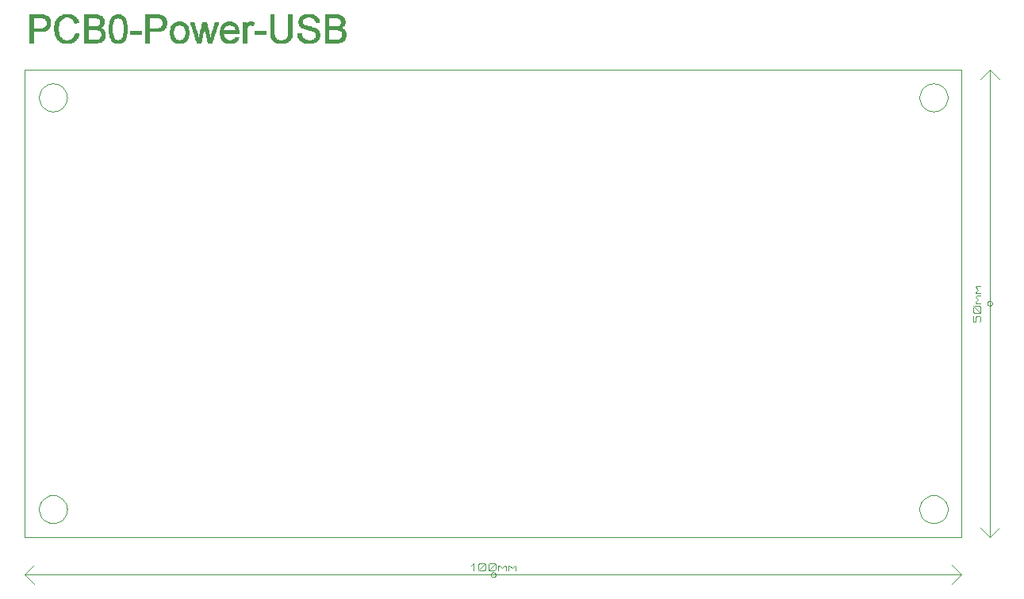
<source format=gbr>
G04 PROTEUS GERBER X2 FILE*
%TF.GenerationSoftware,Labcenter,Proteus,8.16-SP3-Build36097*%
%TF.CreationDate,2025-11-07T09:36:06+00:00*%
%TF.FileFunction,Other,Mechanical 2*%
%TF.FilePolarity,Positive*%
%TF.Part,Single*%
%TF.SameCoordinates,{7cfba198-d274-4d3b-beed-790fb78b42e9}*%
%FSLAX45Y45*%
%MOMM*%
G01*
%TA.AperFunction,Material*%
%ADD31C,0.063500*%
%TA.AperFunction,NonMaterial*%
%ADD32C,0.101600*%
%TA.AperFunction,Profile*%
%ADD30C,0.101600*%
%TD.AperFunction*%
D31*
X+404300Y+5293180D02*
X+465260Y+5293180D01*
X+952940Y+5293180D02*
X+1003740Y+5293180D01*
X+1608260Y+5293180D02*
X+1659060Y+5293180D01*
X+2141660Y+5293180D02*
X+2197540Y+5293180D01*
X+2690300Y+5293180D02*
X+2751260Y+5293180D01*
X+2984940Y+5293180D02*
X+3050980Y+5293180D01*
X+33460Y+5298260D02*
X+74100Y+5298260D01*
X+383980Y+5298260D02*
X+485580Y+5298260D01*
X+617660Y+5298260D02*
X+764980Y+5298260D01*
X+937700Y+5298260D02*
X+1018980Y+5298260D01*
X+1272980Y+5298260D02*
X+1313620Y+5298260D01*
X+1593020Y+5298260D02*
X+1674300Y+5298260D01*
X+1821620Y+5298260D02*
X+1862260Y+5298260D01*
X+1938460Y+5298260D02*
X+1979100Y+5298260D01*
X+2126420Y+5298260D02*
X+2217860Y+5298260D01*
X+2314380Y+5298260D02*
X+2349940Y+5298260D01*
X+2669980Y+5298260D02*
X+2771580Y+5298260D01*
X+2964620Y+5298260D02*
X+3066220Y+5298260D01*
X+3188140Y+5298260D02*
X+3335460Y+5298260D01*
X+33460Y+5303340D02*
X+74100Y+5303340D01*
X+373820Y+5303340D02*
X+495740Y+5303340D01*
X+617660Y+5303340D02*
X+785300Y+5303340D01*
X+927540Y+5303340D02*
X+1029140Y+5303340D01*
X+1272980Y+5303340D02*
X+1313620Y+5303340D01*
X+1582860Y+5303340D02*
X+1684460Y+5303340D01*
X+1816540Y+5303340D02*
X+1862260Y+5303340D01*
X+1938460Y+5303340D02*
X+1984180Y+5303340D01*
X+2116260Y+5303340D02*
X+2228020Y+5303340D01*
X+2314380Y+5303340D02*
X+2349940Y+5303340D01*
X+2654740Y+5303340D02*
X+2781740Y+5303340D01*
X+2954460Y+5303340D02*
X+3081460Y+5303340D01*
X+3188140Y+5303340D02*
X+3355780Y+5303340D01*
X+33460Y+5308420D02*
X+74100Y+5308420D01*
X+363660Y+5308420D02*
X+505900Y+5308420D01*
X+617660Y+5308420D02*
X+800540Y+5308420D01*
X+922460Y+5308420D02*
X+1034220Y+5308420D01*
X+1272980Y+5308420D02*
X+1313620Y+5308420D01*
X+1572700Y+5308420D02*
X+1694620Y+5308420D01*
X+1816540Y+5308420D02*
X+1862260Y+5308420D01*
X+1938460Y+5308420D02*
X+1984180Y+5308420D01*
X+2106100Y+5308420D02*
X+2233100Y+5308420D01*
X+2314380Y+5308420D02*
X+2349940Y+5308420D01*
X+2649660Y+5308420D02*
X+2791900Y+5308420D01*
X+2944300Y+5308420D02*
X+3091620Y+5308420D01*
X+3188140Y+5308420D02*
X+3371020Y+5308420D01*
X+33460Y+5313500D02*
X+74100Y+5313500D01*
X+353500Y+5313500D02*
X+510980Y+5313500D01*
X+617660Y+5313500D02*
X+805620Y+5313500D01*
X+917380Y+5313500D02*
X+1039300Y+5313500D01*
X+1272980Y+5313500D02*
X+1313620Y+5313500D01*
X+1567620Y+5313500D02*
X+1699700Y+5313500D01*
X+1816540Y+5313500D02*
X+1867340Y+5313500D01*
X+1933380Y+5313500D02*
X+1984180Y+5313500D01*
X+2101020Y+5313500D02*
X+2243260Y+5313500D01*
X+2314380Y+5313500D02*
X+2349940Y+5313500D01*
X+2639500Y+5313500D02*
X+2796980Y+5313500D01*
X+2934140Y+5313500D02*
X+3096700Y+5313500D01*
X+3188140Y+5313500D02*
X+3376100Y+5313500D01*
X+33460Y+5318580D02*
X+74100Y+5318580D01*
X+348420Y+5318580D02*
X+521140Y+5318580D01*
X+617660Y+5318580D02*
X+815780Y+5318580D01*
X+912300Y+5318580D02*
X+1044380Y+5318580D01*
X+1272980Y+5318580D02*
X+1313620Y+5318580D01*
X+1562540Y+5318580D02*
X+1704780Y+5318580D01*
X+1811460Y+5318580D02*
X+1867340Y+5318580D01*
X+1933380Y+5318580D02*
X+1984180Y+5318580D01*
X+2095940Y+5318580D02*
X+2248340Y+5318580D01*
X+2314380Y+5318580D02*
X+2349940Y+5318580D01*
X+2634420Y+5318580D02*
X+2807140Y+5318580D01*
X+2929060Y+5318580D02*
X+3101780Y+5318580D01*
X+3188140Y+5318580D02*
X+3386260Y+5318580D01*
X+33460Y+5323660D02*
X+74100Y+5323660D01*
X+343340Y+5323660D02*
X+526220Y+5323660D01*
X+617660Y+5323660D02*
X+820860Y+5323660D01*
X+907220Y+5323660D02*
X+1049460Y+5323660D01*
X+1272980Y+5323660D02*
X+1313620Y+5323660D01*
X+1557460Y+5323660D02*
X+1709860Y+5323660D01*
X+1811460Y+5323660D02*
X+1867340Y+5323660D01*
X+1933380Y+5323660D02*
X+1989260Y+5323660D01*
X+2090860Y+5323660D02*
X+2248340Y+5323660D01*
X+2314380Y+5323660D02*
X+2349940Y+5323660D01*
X+2629340Y+5323660D02*
X+2812220Y+5323660D01*
X+2923980Y+5323660D02*
X+3106860Y+5323660D01*
X+3188140Y+5323660D02*
X+3391340Y+5323660D01*
X+33460Y+5328740D02*
X+74100Y+5328740D01*
X+338260Y+5328740D02*
X+409380Y+5328740D01*
X+455100Y+5328740D02*
X+531300Y+5328740D01*
X+617660Y+5328740D02*
X+820860Y+5328740D01*
X+907220Y+5328740D02*
X+963100Y+5328740D01*
X+993580Y+5328740D02*
X+1049460Y+5328740D01*
X+1272980Y+5328740D02*
X+1313620Y+5328740D01*
X+1552380Y+5328740D02*
X+1613340Y+5328740D01*
X+1653980Y+5328740D02*
X+1714940Y+5328740D01*
X+1811460Y+5328740D02*
X+1867340Y+5328740D01*
X+1933380Y+5328740D02*
X+1989260Y+5328740D01*
X+2085780Y+5328740D02*
X+2151820Y+5328740D01*
X+2192460Y+5328740D02*
X+2253420Y+5328740D01*
X+2314380Y+5328740D02*
X+2349940Y+5328740D01*
X+2624260Y+5328740D02*
X+2695380Y+5328740D01*
X+2746180Y+5328740D02*
X+2812220Y+5328740D01*
X+2918900Y+5328740D02*
X+2995100Y+5328740D01*
X+3045900Y+5328740D02*
X+3111940Y+5328740D01*
X+3188140Y+5328740D02*
X+3391340Y+5328740D01*
X+33460Y+5333820D02*
X+74100Y+5333820D01*
X+333180Y+5333820D02*
X+394140Y+5333820D01*
X+470340Y+5333820D02*
X+536380Y+5333820D01*
X+617660Y+5333820D02*
X+658300Y+5333820D01*
X+759900Y+5333820D02*
X+825940Y+5333820D01*
X+902140Y+5333820D02*
X+952940Y+5333820D01*
X+1003740Y+5333820D02*
X+1054540Y+5333820D01*
X+1272980Y+5333820D02*
X+1313620Y+5333820D01*
X+1552380Y+5333820D02*
X+1603180Y+5333820D01*
X+1664140Y+5333820D02*
X+1720020Y+5333820D01*
X+1806380Y+5333820D02*
X+1872420Y+5333820D01*
X+1928300Y+5333820D02*
X+1989260Y+5333820D01*
X+2085780Y+5333820D02*
X+2136580Y+5333820D01*
X+2207700Y+5333820D02*
X+2258500Y+5333820D01*
X+2314380Y+5333820D02*
X+2349940Y+5333820D01*
X+2624260Y+5333820D02*
X+2680140Y+5333820D01*
X+2761420Y+5333820D02*
X+2817300Y+5333820D01*
X+2913820Y+5333820D02*
X+2979860Y+5333820D01*
X+3061140Y+5333820D02*
X+3117020Y+5333820D01*
X+3188140Y+5333820D02*
X+3228780Y+5333820D01*
X+3330380Y+5333820D02*
X+3396420Y+5333820D01*
X+33460Y+5338900D02*
X+74100Y+5338900D01*
X+328100Y+5338900D02*
X+383980Y+5338900D01*
X+480500Y+5338900D02*
X+536380Y+5338900D01*
X+617660Y+5338900D02*
X+658300Y+5338900D01*
X+775140Y+5338900D02*
X+831020Y+5338900D01*
X+902140Y+5338900D02*
X+942780Y+5338900D01*
X+1013900Y+5338900D02*
X+1054540Y+5338900D01*
X+1272980Y+5338900D02*
X+1313620Y+5338900D01*
X+1547300Y+5338900D02*
X+1593020Y+5338900D01*
X+1674300Y+5338900D02*
X+1720020Y+5338900D01*
X+1806380Y+5338900D02*
X+1872420Y+5338900D01*
X+1928300Y+5338900D02*
X+1994340Y+5338900D01*
X+2080700Y+5338900D02*
X+2131500Y+5338900D01*
X+2212780Y+5338900D02*
X+2258500Y+5338900D01*
X+2314380Y+5338900D02*
X+2349940Y+5338900D01*
X+2619180Y+5338900D02*
X+2669980Y+5338900D01*
X+2771580Y+5338900D02*
X+2822380Y+5338900D01*
X+2908740Y+5338900D02*
X+2969700Y+5338900D01*
X+3071300Y+5338900D02*
X+3122100Y+5338900D01*
X+3188140Y+5338900D02*
X+3228780Y+5338900D01*
X+3345620Y+5338900D02*
X+3401500Y+5338900D01*
X+33460Y+5343980D02*
X+74100Y+5343980D01*
X+328100Y+5343980D02*
X+378900Y+5343980D01*
X+490660Y+5343980D02*
X+541460Y+5343980D01*
X+617660Y+5343980D02*
X+658300Y+5343980D01*
X+785300Y+5343980D02*
X+831020Y+5343980D01*
X+897060Y+5343980D02*
X+937700Y+5343980D01*
X+1018980Y+5343980D02*
X+1059620Y+5343980D01*
X+1272980Y+5343980D02*
X+1313620Y+5343980D01*
X+1542220Y+5343980D02*
X+1587940Y+5343980D01*
X+1679380Y+5343980D02*
X+1725100Y+5343980D01*
X+1806380Y+5343980D02*
X+1872420Y+5343980D01*
X+1928300Y+5343980D02*
X+1994340Y+5343980D01*
X+2075620Y+5343980D02*
X+2121340Y+5343980D01*
X+2222940Y+5343980D02*
X+2263580Y+5343980D01*
X+2314380Y+5343980D02*
X+2349940Y+5343980D01*
X+2619180Y+5343980D02*
X+2664900Y+5343980D01*
X+2776660Y+5343980D02*
X+2822380Y+5343980D01*
X+2908740Y+5343980D02*
X+2959540Y+5343980D01*
X+3076380Y+5343980D02*
X+3122100Y+5343980D01*
X+3188140Y+5343980D02*
X+3228780Y+5343980D01*
X+3355780Y+5343980D02*
X+3401500Y+5343980D01*
X+33460Y+5349060D02*
X+74100Y+5349060D01*
X+323020Y+5349060D02*
X+373820Y+5349060D01*
X+495740Y+5349060D02*
X+546540Y+5349060D01*
X+617660Y+5349060D02*
X+658300Y+5349060D01*
X+790380Y+5349060D02*
X+836100Y+5349060D01*
X+897060Y+5349060D02*
X+932620Y+5349060D01*
X+1024060Y+5349060D02*
X+1059620Y+5349060D01*
X+1272980Y+5349060D02*
X+1313620Y+5349060D01*
X+1542220Y+5349060D02*
X+1582860Y+5349060D01*
X+1684460Y+5349060D02*
X+1725100Y+5349060D01*
X+1801300Y+5349060D02*
X+1836860Y+5349060D01*
X+1841940Y+5349060D02*
X+1872420Y+5349060D01*
X+1928300Y+5349060D02*
X+1958780Y+5349060D01*
X+1963860Y+5349060D02*
X+1994340Y+5349060D01*
X+2075620Y+5349060D02*
X+2116260Y+5349060D01*
X+2222940Y+5349060D02*
X+2263580Y+5349060D01*
X+2314380Y+5349060D02*
X+2349940Y+5349060D01*
X+2614100Y+5349060D02*
X+2659820Y+5349060D01*
X+2781740Y+5349060D02*
X+2827460Y+5349060D01*
X+2903660Y+5349060D02*
X+2954460Y+5349060D01*
X+3081460Y+5349060D02*
X+3127180Y+5349060D01*
X+3188140Y+5349060D02*
X+3228780Y+5349060D01*
X+3360860Y+5349060D02*
X+3406580Y+5349060D01*
X+33460Y+5354140D02*
X+74100Y+5354140D01*
X+317940Y+5354140D02*
X+368740Y+5354140D01*
X+500820Y+5354140D02*
X+546540Y+5354140D01*
X+617660Y+5354140D02*
X+658300Y+5354140D01*
X+790380Y+5354140D02*
X+836100Y+5354140D01*
X+891980Y+5354140D02*
X+932620Y+5354140D01*
X+1024060Y+5354140D02*
X+1064700Y+5354140D01*
X+1272980Y+5354140D02*
X+1313620Y+5354140D01*
X+1542220Y+5354140D02*
X+1582860Y+5354140D01*
X+1684460Y+5354140D02*
X+1725100Y+5354140D01*
X+1801300Y+5354140D02*
X+1836860Y+5354140D01*
X+1841940Y+5354140D02*
X+1872420Y+5354140D01*
X+1928300Y+5354140D02*
X+1958780Y+5354140D01*
X+1963860Y+5354140D02*
X+1999420Y+5354140D01*
X+2075620Y+5354140D02*
X+2116260Y+5354140D01*
X+2228020Y+5354140D02*
X+2268660Y+5354140D01*
X+2314380Y+5354140D02*
X+2349940Y+5354140D01*
X+2614100Y+5354140D02*
X+2659820Y+5354140D01*
X+2786820Y+5354140D02*
X+2827460Y+5354140D01*
X+2903660Y+5354140D02*
X+2949380Y+5354140D01*
X+3086540Y+5354140D02*
X+3127180Y+5354140D01*
X+3188140Y+5354140D02*
X+3228780Y+5354140D01*
X+3360860Y+5354140D02*
X+3406580Y+5354140D01*
X+33460Y+5359220D02*
X+74100Y+5359220D01*
X+317940Y+5359220D02*
X+363660Y+5359220D01*
X+500820Y+5359220D02*
X+551620Y+5359220D01*
X+617660Y+5359220D02*
X+658300Y+5359220D01*
X+795460Y+5359220D02*
X+836100Y+5359220D01*
X+891980Y+5359220D02*
X+927540Y+5359220D01*
X+1029140Y+5359220D02*
X+1064700Y+5359220D01*
X+1272980Y+5359220D02*
X+1313620Y+5359220D01*
X+1537140Y+5359220D02*
X+1577780Y+5359220D01*
X+1689540Y+5359220D02*
X+1730180Y+5359220D01*
X+1801300Y+5359220D02*
X+1831780Y+5359220D01*
X+1841940Y+5359220D02*
X+1877500Y+5359220D01*
X+1923220Y+5359220D02*
X+1958780Y+5359220D01*
X+1963860Y+5359220D02*
X+1999420Y+5359220D01*
X+2070540Y+5359220D02*
X+2111180Y+5359220D01*
X+2233100Y+5359220D02*
X+2248340Y+5359220D01*
X+2314380Y+5359220D02*
X+2349940Y+5359220D01*
X+2609020Y+5359220D02*
X+2654740Y+5359220D01*
X+2786820Y+5359220D02*
X+2832540Y+5359220D01*
X+2898580Y+5359220D02*
X+2944300Y+5359220D01*
X+3086540Y+5359220D02*
X+3127180Y+5359220D01*
X+3188140Y+5359220D02*
X+3228780Y+5359220D01*
X+3365940Y+5359220D02*
X+3406580Y+5359220D01*
X+33460Y+5364300D02*
X+74100Y+5364300D01*
X+312860Y+5364300D02*
X+358580Y+5364300D01*
X+505900Y+5364300D02*
X+551620Y+5364300D01*
X+617660Y+5364300D02*
X+658300Y+5364300D01*
X+795460Y+5364300D02*
X+841180Y+5364300D01*
X+891980Y+5364300D02*
X+927540Y+5364300D01*
X+1029140Y+5364300D02*
X+1064700Y+5364300D01*
X+1272980Y+5364300D02*
X+1313620Y+5364300D01*
X+1537140Y+5364300D02*
X+1572700Y+5364300D01*
X+1694620Y+5364300D02*
X+1730180Y+5364300D01*
X+1796220Y+5364300D02*
X+1831780Y+5364300D01*
X+1841940Y+5364300D02*
X+1877500Y+5364300D01*
X+1923220Y+5364300D02*
X+1958780Y+5364300D01*
X+1968940Y+5364300D02*
X+1999420Y+5364300D01*
X+2070540Y+5364300D02*
X+2111180Y+5364300D01*
X+2314380Y+5364300D02*
X+2349940Y+5364300D01*
X+2609020Y+5364300D02*
X+2649660Y+5364300D01*
X+2786820Y+5364300D02*
X+2832540Y+5364300D01*
X+2898580Y+5364300D02*
X+2944300Y+5364300D01*
X+3091620Y+5364300D02*
X+3132260Y+5364300D01*
X+3188140Y+5364300D02*
X+3228780Y+5364300D01*
X+3365940Y+5364300D02*
X+3411660Y+5364300D01*
X+33460Y+5369380D02*
X+74100Y+5369380D01*
X+312860Y+5369380D02*
X+353500Y+5369380D01*
X+510980Y+5369380D02*
X+556700Y+5369380D01*
X+617660Y+5369380D02*
X+658300Y+5369380D01*
X+800540Y+5369380D02*
X+841180Y+5369380D01*
X+891980Y+5369380D02*
X+927540Y+5369380D01*
X+1029140Y+5369380D02*
X+1069780Y+5369380D01*
X+1272980Y+5369380D02*
X+1313620Y+5369380D01*
X+1537140Y+5369380D02*
X+1572700Y+5369380D01*
X+1694620Y+5369380D02*
X+1730180Y+5369380D01*
X+1796220Y+5369380D02*
X+1831780Y+5369380D01*
X+1847020Y+5369380D02*
X+1877500Y+5369380D01*
X+1923220Y+5369380D02*
X+1958780Y+5369380D01*
X+1968940Y+5369380D02*
X+2004500Y+5369380D01*
X+2070540Y+5369380D02*
X+2106100Y+5369380D01*
X+2314380Y+5369380D02*
X+2349940Y+5369380D01*
X+2609020Y+5369380D02*
X+2649660Y+5369380D01*
X+2791900Y+5369380D02*
X+2832540Y+5369380D01*
X+2898580Y+5369380D02*
X+2939220Y+5369380D01*
X+3091620Y+5369380D02*
X+3132260Y+5369380D01*
X+3188140Y+5369380D02*
X+3228780Y+5369380D01*
X+3371020Y+5369380D02*
X+3411660Y+5369380D01*
X+33460Y+5374460D02*
X+74100Y+5374460D01*
X+312860Y+5374460D02*
X+353500Y+5374460D01*
X+510980Y+5374460D02*
X+556700Y+5374460D01*
X+617660Y+5374460D02*
X+658300Y+5374460D01*
X+800540Y+5374460D02*
X+841180Y+5374460D01*
X+886900Y+5374460D02*
X+922460Y+5374460D01*
X+1034220Y+5374460D02*
X+1069780Y+5374460D01*
X+1272980Y+5374460D02*
X+1313620Y+5374460D01*
X+1537140Y+5374460D02*
X+1572700Y+5374460D01*
X+1694620Y+5374460D02*
X+1730180Y+5374460D01*
X+1796220Y+5374460D02*
X+1831780Y+5374460D01*
X+1847020Y+5374460D02*
X+1877500Y+5374460D01*
X+1923220Y+5374460D02*
X+1953700Y+5374460D01*
X+1968940Y+5374460D02*
X+2004500Y+5374460D01*
X+2070540Y+5374460D02*
X+2106100Y+5374460D01*
X+2314380Y+5374460D02*
X+2349940Y+5374460D01*
X+2609020Y+5374460D02*
X+2649660Y+5374460D01*
X+2791900Y+5374460D02*
X+2832540Y+5374460D01*
X+2898580Y+5374460D02*
X+2939220Y+5374460D01*
X+3091620Y+5374460D02*
X+3132260Y+5374460D01*
X+3188140Y+5374460D02*
X+3228780Y+5374460D01*
X+3371020Y+5374460D02*
X+3411660Y+5374460D01*
X+33460Y+5379540D02*
X+74100Y+5379540D01*
X+307780Y+5379540D02*
X+348420Y+5379540D01*
X+516060Y+5379540D02*
X+556700Y+5379540D01*
X+617660Y+5379540D02*
X+658300Y+5379540D01*
X+800540Y+5379540D02*
X+841180Y+5379540D01*
X+886900Y+5379540D02*
X+922460Y+5379540D01*
X+1034220Y+5379540D02*
X+1069780Y+5379540D01*
X+1272980Y+5379540D02*
X+1313620Y+5379540D01*
X+1532060Y+5379540D02*
X+1572700Y+5379540D01*
X+1694620Y+5379540D02*
X+1735260Y+5379540D01*
X+1791140Y+5379540D02*
X+1826700Y+5379540D01*
X+1847020Y+5379540D02*
X+1882580Y+5379540D01*
X+1918140Y+5379540D02*
X+1953700Y+5379540D01*
X+1968940Y+5379540D02*
X+2004500Y+5379540D01*
X+2065460Y+5379540D02*
X+2106100Y+5379540D01*
X+2314380Y+5379540D02*
X+2349940Y+5379540D01*
X+2609020Y+5379540D02*
X+2649660Y+5379540D01*
X+2791900Y+5379540D02*
X+2832540Y+5379540D01*
X+2893500Y+5379540D02*
X+2939220Y+5379540D01*
X+3091620Y+5379540D02*
X+3132260Y+5379540D01*
X+3188140Y+5379540D02*
X+3228780Y+5379540D01*
X+3371020Y+5379540D02*
X+3411660Y+5379540D01*
X+33460Y+5384620D02*
X+74100Y+5384620D01*
X+307780Y+5384620D02*
X+348420Y+5384620D01*
X+516060Y+5384620D02*
X+561780Y+5384620D01*
X+617660Y+5384620D02*
X+658300Y+5384620D01*
X+800540Y+5384620D02*
X+841180Y+5384620D01*
X+886900Y+5384620D02*
X+922460Y+5384620D01*
X+1034220Y+5384620D02*
X+1069780Y+5384620D01*
X+1272980Y+5384620D02*
X+1313620Y+5384620D01*
X+1532060Y+5384620D02*
X+1567620Y+5384620D01*
X+1699700Y+5384620D02*
X+1735260Y+5384620D01*
X+1791140Y+5384620D02*
X+1826700Y+5384620D01*
X+1847020Y+5384620D02*
X+1882580Y+5384620D01*
X+1918140Y+5384620D02*
X+1953700Y+5384620D01*
X+1974020Y+5384620D02*
X+2009580Y+5384620D01*
X+2065460Y+5384620D02*
X+2101020Y+5384620D01*
X+2314380Y+5384620D02*
X+2349940Y+5384620D01*
X+2603940Y+5384620D02*
X+2644580Y+5384620D01*
X+2791900Y+5384620D02*
X+2837620Y+5384620D01*
X+2893500Y+5384620D02*
X+2934140Y+5384620D01*
X+3091620Y+5384620D02*
X+3132260Y+5384620D01*
X+3188140Y+5384620D02*
X+3228780Y+5384620D01*
X+3371020Y+5384620D02*
X+3411660Y+5384620D01*
X+33460Y+5389700D02*
X+74100Y+5389700D01*
X+307780Y+5389700D02*
X+348420Y+5389700D01*
X+516060Y+5389700D02*
X+561780Y+5389700D01*
X+617660Y+5389700D02*
X+658300Y+5389700D01*
X+800540Y+5389700D02*
X+841180Y+5389700D01*
X+886900Y+5389700D02*
X+922460Y+5389700D01*
X+1034220Y+5389700D02*
X+1069780Y+5389700D01*
X+1110420Y+5389700D02*
X+1227260Y+5389700D01*
X+1272980Y+5389700D02*
X+1313620Y+5389700D01*
X+1532060Y+5389700D02*
X+1567620Y+5389700D01*
X+1699700Y+5389700D02*
X+1735260Y+5389700D01*
X+1791140Y+5389700D02*
X+1826700Y+5389700D01*
X+1847020Y+5389700D02*
X+1882580Y+5389700D01*
X+1918140Y+5389700D02*
X+1953700Y+5389700D01*
X+1974020Y+5389700D02*
X+2009580Y+5389700D01*
X+2065460Y+5389700D02*
X+2101020Y+5389700D01*
X+2314380Y+5389700D02*
X+2349940Y+5389700D01*
X+2441380Y+5389700D02*
X+2558220Y+5389700D01*
X+2603940Y+5389700D02*
X+2644580Y+5389700D01*
X+2796980Y+5389700D02*
X+2837620Y+5389700D01*
X+2893500Y+5389700D02*
X+2934140Y+5389700D01*
X+3091620Y+5389700D02*
X+3132260Y+5389700D01*
X+3188140Y+5389700D02*
X+3228780Y+5389700D01*
X+3371020Y+5389700D02*
X+3411660Y+5389700D01*
X+33460Y+5394780D02*
X+74100Y+5394780D01*
X+302700Y+5394780D02*
X+343340Y+5394780D01*
X+521140Y+5394780D02*
X+556700Y+5394780D01*
X+617660Y+5394780D02*
X+658300Y+5394780D01*
X+800540Y+5394780D02*
X+841180Y+5394780D01*
X+886900Y+5394780D02*
X+922460Y+5394780D01*
X+1034220Y+5394780D02*
X+1069780Y+5394780D01*
X+1110420Y+5394780D02*
X+1227260Y+5394780D01*
X+1272980Y+5394780D02*
X+1313620Y+5394780D01*
X+1532060Y+5394780D02*
X+1567620Y+5394780D01*
X+1699700Y+5394780D02*
X+1735260Y+5394780D01*
X+1786060Y+5394780D02*
X+1826700Y+5394780D01*
X+1852100Y+5394780D02*
X+1882580Y+5394780D01*
X+1918140Y+5394780D02*
X+1948620Y+5394780D01*
X+1974020Y+5394780D02*
X+2009580Y+5394780D01*
X+2065460Y+5394780D02*
X+2101020Y+5394780D01*
X+2314380Y+5394780D02*
X+2349940Y+5394780D01*
X+2441380Y+5394780D02*
X+2558220Y+5394780D01*
X+2603940Y+5394780D02*
X+2644580Y+5394780D01*
X+2796980Y+5394780D02*
X+2837620Y+5394780D01*
X+2893500Y+5394780D02*
X+2934140Y+5394780D01*
X+3091620Y+5394780D02*
X+3132260Y+5394780D01*
X+3188140Y+5394780D02*
X+3228780Y+5394780D01*
X+3371020Y+5394780D02*
X+3411660Y+5394780D01*
X+33460Y+5399860D02*
X+74100Y+5399860D01*
X+302700Y+5399860D02*
X+343340Y+5399860D01*
X+521140Y+5399860D02*
X+536380Y+5399860D01*
X+617660Y+5399860D02*
X+658300Y+5399860D01*
X+800540Y+5399860D02*
X+841180Y+5399860D01*
X+881820Y+5399860D02*
X+917380Y+5399860D01*
X+1039300Y+5399860D02*
X+1074860Y+5399860D01*
X+1110420Y+5399860D02*
X+1227260Y+5399860D01*
X+1272980Y+5399860D02*
X+1313620Y+5399860D01*
X+1532060Y+5399860D02*
X+1567620Y+5399860D01*
X+1699700Y+5399860D02*
X+1735260Y+5399860D01*
X+1786060Y+5399860D02*
X+1821620Y+5399860D01*
X+1852100Y+5399860D02*
X+1882580Y+5399860D01*
X+1913060Y+5399860D02*
X+1948620Y+5399860D01*
X+1979100Y+5399860D02*
X+2014660Y+5399860D01*
X+2065460Y+5399860D02*
X+2268660Y+5399860D01*
X+2314380Y+5399860D02*
X+2349940Y+5399860D01*
X+2441380Y+5399860D02*
X+2558220Y+5399860D01*
X+2603940Y+5399860D02*
X+2644580Y+5399860D01*
X+2796980Y+5399860D02*
X+2837620Y+5399860D01*
X+3086540Y+5399860D02*
X+3132260Y+5399860D01*
X+3188140Y+5399860D02*
X+3228780Y+5399860D01*
X+3371020Y+5399860D02*
X+3411660Y+5399860D01*
X+33460Y+5404940D02*
X+74100Y+5404940D01*
X+302700Y+5404940D02*
X+343340Y+5404940D01*
X+617660Y+5404940D02*
X+658300Y+5404940D01*
X+795460Y+5404940D02*
X+841180Y+5404940D01*
X+881820Y+5404940D02*
X+917380Y+5404940D01*
X+1039300Y+5404940D02*
X+1074860Y+5404940D01*
X+1110420Y+5404940D02*
X+1227260Y+5404940D01*
X+1272980Y+5404940D02*
X+1313620Y+5404940D01*
X+1532060Y+5404940D02*
X+1567620Y+5404940D01*
X+1699700Y+5404940D02*
X+1735260Y+5404940D01*
X+1786060Y+5404940D02*
X+1821620Y+5404940D01*
X+1852100Y+5404940D02*
X+1887660Y+5404940D01*
X+1913060Y+5404940D02*
X+1948620Y+5404940D01*
X+1979100Y+5404940D02*
X+2014660Y+5404940D01*
X+2065460Y+5404940D02*
X+2268660Y+5404940D01*
X+2314380Y+5404940D02*
X+2349940Y+5404940D01*
X+2441380Y+5404940D02*
X+2558220Y+5404940D01*
X+2603940Y+5404940D02*
X+2644580Y+5404940D01*
X+2796980Y+5404940D02*
X+2837620Y+5404940D01*
X+3086540Y+5404940D02*
X+3127180Y+5404940D01*
X+3188140Y+5404940D02*
X+3228780Y+5404940D01*
X+3365940Y+5404940D02*
X+3411660Y+5404940D01*
X+33460Y+5410020D02*
X+74100Y+5410020D01*
X+302700Y+5410020D02*
X+343340Y+5410020D01*
X+617660Y+5410020D02*
X+658300Y+5410020D01*
X+795460Y+5410020D02*
X+836100Y+5410020D01*
X+881820Y+5410020D02*
X+917380Y+5410020D01*
X+1039300Y+5410020D02*
X+1074860Y+5410020D01*
X+1110420Y+5410020D02*
X+1227260Y+5410020D01*
X+1272980Y+5410020D02*
X+1313620Y+5410020D01*
X+1532060Y+5410020D02*
X+1567620Y+5410020D01*
X+1699700Y+5410020D02*
X+1735260Y+5410020D01*
X+1786060Y+5410020D02*
X+1821620Y+5410020D01*
X+1852100Y+5410020D02*
X+1887660Y+5410020D01*
X+1913060Y+5410020D02*
X+1948620Y+5410020D01*
X+1979100Y+5410020D02*
X+2014660Y+5410020D01*
X+2065460Y+5410020D02*
X+2268660Y+5410020D01*
X+2314380Y+5410020D02*
X+2349940Y+5410020D01*
X+2441380Y+5410020D02*
X+2558220Y+5410020D01*
X+2603940Y+5410020D02*
X+2644580Y+5410020D01*
X+2796980Y+5410020D02*
X+2837620Y+5410020D01*
X+3081460Y+5410020D02*
X+3127180Y+5410020D01*
X+3188140Y+5410020D02*
X+3228780Y+5410020D01*
X+3365940Y+5410020D02*
X+3406580Y+5410020D01*
X+33460Y+5415100D02*
X+74100Y+5415100D01*
X+302700Y+5415100D02*
X+343340Y+5415100D01*
X+617660Y+5415100D02*
X+658300Y+5415100D01*
X+795460Y+5415100D02*
X+836100Y+5415100D01*
X+881820Y+5415100D02*
X+917380Y+5415100D01*
X+1039300Y+5415100D02*
X+1074860Y+5415100D01*
X+1110420Y+5415100D02*
X+1227260Y+5415100D01*
X+1272980Y+5415100D02*
X+1313620Y+5415100D01*
X+1532060Y+5415100D02*
X+1567620Y+5415100D01*
X+1699700Y+5415100D02*
X+1735260Y+5415100D01*
X+1780980Y+5415100D02*
X+1816540Y+5415100D01*
X+1857180Y+5415100D02*
X+1887660Y+5415100D01*
X+1913060Y+5415100D02*
X+1943540Y+5415100D01*
X+1984180Y+5415100D02*
X+2019740Y+5415100D01*
X+2065460Y+5415100D02*
X+2268660Y+5415100D01*
X+2314380Y+5415100D02*
X+2349940Y+5415100D01*
X+2441380Y+5415100D02*
X+2558220Y+5415100D01*
X+2603940Y+5415100D02*
X+2644580Y+5415100D01*
X+2796980Y+5415100D02*
X+2837620Y+5415100D01*
X+3071300Y+5415100D02*
X+3127180Y+5415100D01*
X+3188140Y+5415100D02*
X+3228780Y+5415100D01*
X+3365940Y+5415100D02*
X+3406580Y+5415100D01*
X+33460Y+5420180D02*
X+180780Y+5420180D01*
X+297620Y+5420180D02*
X+338260Y+5420180D01*
X+617660Y+5420180D02*
X+658300Y+5420180D01*
X+790380Y+5420180D02*
X+831020Y+5420180D01*
X+881820Y+5420180D02*
X+917380Y+5420180D01*
X+1039300Y+5420180D02*
X+1074860Y+5420180D01*
X+1110420Y+5420180D02*
X+1227260Y+5420180D01*
X+1272980Y+5420180D02*
X+1420300Y+5420180D01*
X+1532060Y+5420180D02*
X+1567620Y+5420180D01*
X+1699700Y+5420180D02*
X+1735260Y+5420180D01*
X+1780980Y+5420180D02*
X+1816540Y+5420180D01*
X+1857180Y+5420180D02*
X+1887660Y+5420180D01*
X+1913060Y+5420180D02*
X+1943540Y+5420180D01*
X+1984180Y+5420180D02*
X+2019740Y+5420180D01*
X+2065460Y+5420180D02*
X+2268660Y+5420180D01*
X+2314380Y+5420180D02*
X+2349940Y+5420180D01*
X+2441380Y+5420180D02*
X+2558220Y+5420180D01*
X+2603940Y+5420180D02*
X+2644580Y+5420180D01*
X+2796980Y+5420180D02*
X+2837620Y+5420180D01*
X+3061140Y+5420180D02*
X+3122100Y+5420180D01*
X+3188140Y+5420180D02*
X+3228780Y+5420180D01*
X+3360860Y+5420180D02*
X+3401500Y+5420180D01*
X+33460Y+5425260D02*
X+201100Y+5425260D01*
X+297620Y+5425260D02*
X+338260Y+5425260D01*
X+617660Y+5425260D02*
X+658300Y+5425260D01*
X+785300Y+5425260D02*
X+831020Y+5425260D01*
X+881820Y+5425260D02*
X+917380Y+5425260D01*
X+1039300Y+5425260D02*
X+1074860Y+5425260D01*
X+1272980Y+5425260D02*
X+1440620Y+5425260D01*
X+1532060Y+5425260D02*
X+1567620Y+5425260D01*
X+1699700Y+5425260D02*
X+1735260Y+5425260D01*
X+1780980Y+5425260D02*
X+1816540Y+5425260D01*
X+1857180Y+5425260D02*
X+1892740Y+5425260D01*
X+1907980Y+5425260D02*
X+1943540Y+5425260D01*
X+1984180Y+5425260D02*
X+2019740Y+5425260D01*
X+2065460Y+5425260D02*
X+2268660Y+5425260D01*
X+2314380Y+5425260D02*
X+2349940Y+5425260D01*
X+2603940Y+5425260D02*
X+2644580Y+5425260D01*
X+2796980Y+5425260D02*
X+2837620Y+5425260D01*
X+3045900Y+5425260D02*
X+3122100Y+5425260D01*
X+3188140Y+5425260D02*
X+3228780Y+5425260D01*
X+3355780Y+5425260D02*
X+3401500Y+5425260D01*
X+33460Y+5430340D02*
X+216340Y+5430340D01*
X+297620Y+5430340D02*
X+338260Y+5430340D01*
X+617660Y+5430340D02*
X+658300Y+5430340D01*
X+775140Y+5430340D02*
X+825940Y+5430340D01*
X+881820Y+5430340D02*
X+917380Y+5430340D01*
X+1039300Y+5430340D02*
X+1074860Y+5430340D01*
X+1272980Y+5430340D02*
X+1455860Y+5430340D01*
X+1532060Y+5430340D02*
X+1567620Y+5430340D01*
X+1699700Y+5430340D02*
X+1735260Y+5430340D01*
X+1775900Y+5430340D02*
X+1811460Y+5430340D01*
X+1857180Y+5430340D02*
X+1892740Y+5430340D01*
X+1907980Y+5430340D02*
X+1943540Y+5430340D01*
X+1989260Y+5430340D02*
X+2024820Y+5430340D01*
X+2065460Y+5430340D02*
X+2268660Y+5430340D01*
X+2314380Y+5430340D02*
X+2349940Y+5430340D01*
X+2603940Y+5430340D02*
X+2644580Y+5430340D01*
X+2796980Y+5430340D02*
X+2837620Y+5430340D01*
X+3030660Y+5430340D02*
X+3117020Y+5430340D01*
X+3188140Y+5430340D02*
X+3228780Y+5430340D01*
X+3345620Y+5430340D02*
X+3396420Y+5430340D01*
X+33460Y+5435420D02*
X+221420Y+5435420D01*
X+297620Y+5435420D02*
X+338260Y+5435420D01*
X+617660Y+5435420D02*
X+658300Y+5435420D01*
X+759900Y+5435420D02*
X+825940Y+5435420D01*
X+881820Y+5435420D02*
X+917380Y+5435420D01*
X+1039300Y+5435420D02*
X+1074860Y+5435420D01*
X+1272980Y+5435420D02*
X+1460940Y+5435420D01*
X+1532060Y+5435420D02*
X+1572700Y+5435420D01*
X+1694620Y+5435420D02*
X+1735260Y+5435420D01*
X+1775900Y+5435420D02*
X+1811460Y+5435420D01*
X+1862260Y+5435420D02*
X+1892740Y+5435420D01*
X+1907980Y+5435420D02*
X+1938460Y+5435420D01*
X+1989260Y+5435420D02*
X+2024820Y+5435420D01*
X+2065460Y+5435420D02*
X+2101020Y+5435420D01*
X+2233100Y+5435420D02*
X+2268660Y+5435420D01*
X+2314380Y+5435420D02*
X+2349940Y+5435420D01*
X+2603940Y+5435420D02*
X+2644580Y+5435420D01*
X+2796980Y+5435420D02*
X+2837620Y+5435420D01*
X+3010340Y+5435420D02*
X+3111940Y+5435420D01*
X+3188140Y+5435420D02*
X+3228780Y+5435420D01*
X+3330380Y+5435420D02*
X+3396420Y+5435420D01*
X+33460Y+5440500D02*
X+231580Y+5440500D01*
X+297620Y+5440500D02*
X+338260Y+5440500D01*
X+617660Y+5440500D02*
X+820860Y+5440500D01*
X+881820Y+5440500D02*
X+917380Y+5440500D01*
X+1039300Y+5440500D02*
X+1074860Y+5440500D01*
X+1272980Y+5440500D02*
X+1471100Y+5440500D01*
X+1537140Y+5440500D02*
X+1572700Y+5440500D01*
X+1694620Y+5440500D02*
X+1730180Y+5440500D01*
X+1775900Y+5440500D02*
X+1811460Y+5440500D01*
X+1862260Y+5440500D02*
X+1892740Y+5440500D01*
X+1907980Y+5440500D02*
X+1938460Y+5440500D01*
X+1989260Y+5440500D02*
X+2024820Y+5440500D01*
X+2070540Y+5440500D02*
X+2101020Y+5440500D01*
X+2233100Y+5440500D02*
X+2263580Y+5440500D01*
X+2314380Y+5440500D02*
X+2349940Y+5440500D01*
X+2603940Y+5440500D02*
X+2644580Y+5440500D01*
X+2796980Y+5440500D02*
X+2837620Y+5440500D01*
X+2990020Y+5440500D02*
X+3106860Y+5440500D01*
X+3188140Y+5440500D02*
X+3391340Y+5440500D01*
X+33460Y+5445580D02*
X+231580Y+5445580D01*
X+297620Y+5445580D02*
X+338260Y+5445580D01*
X+617660Y+5445580D02*
X+810700Y+5445580D01*
X+881820Y+5445580D02*
X+917380Y+5445580D01*
X+1039300Y+5445580D02*
X+1074860Y+5445580D01*
X+1272980Y+5445580D02*
X+1471100Y+5445580D01*
X+1537140Y+5445580D02*
X+1572700Y+5445580D01*
X+1694620Y+5445580D02*
X+1730180Y+5445580D01*
X+1770820Y+5445580D02*
X+1806380Y+5445580D01*
X+1862260Y+5445580D02*
X+1897820Y+5445580D01*
X+1902900Y+5445580D02*
X+1938460Y+5445580D01*
X+1994340Y+5445580D02*
X+2029900Y+5445580D01*
X+2070540Y+5445580D02*
X+2101020Y+5445580D01*
X+2233100Y+5445580D02*
X+2263580Y+5445580D01*
X+2314380Y+5445580D02*
X+2355020Y+5445580D01*
X+2603940Y+5445580D02*
X+2644580Y+5445580D01*
X+2796980Y+5445580D02*
X+2837620Y+5445580D01*
X+2969700Y+5445580D02*
X+3101780Y+5445580D01*
X+3188140Y+5445580D02*
X+3381180Y+5445580D01*
X+33460Y+5450660D02*
X+236660Y+5450660D01*
X+297620Y+5450660D02*
X+338260Y+5450660D01*
X+617660Y+5450660D02*
X+805620Y+5450660D01*
X+881820Y+5450660D02*
X+917380Y+5450660D01*
X+1039300Y+5450660D02*
X+1074860Y+5450660D01*
X+1272980Y+5450660D02*
X+1476180Y+5450660D01*
X+1537140Y+5450660D02*
X+1572700Y+5450660D01*
X+1694620Y+5450660D02*
X+1730180Y+5450660D01*
X+1770820Y+5450660D02*
X+1806380Y+5450660D01*
X+1862260Y+5450660D02*
X+1897820Y+5450660D01*
X+1902900Y+5450660D02*
X+1938460Y+5450660D01*
X+1994340Y+5450660D02*
X+2029900Y+5450660D01*
X+2070540Y+5450660D02*
X+2106100Y+5450660D01*
X+2228020Y+5450660D02*
X+2263580Y+5450660D01*
X+2314380Y+5450660D02*
X+2355020Y+5450660D01*
X+2603940Y+5450660D02*
X+2644580Y+5450660D01*
X+2796980Y+5450660D02*
X+2837620Y+5450660D01*
X+2959540Y+5450660D02*
X+3091620Y+5450660D01*
X+3188140Y+5450660D02*
X+3376100Y+5450660D01*
X+33460Y+5455740D02*
X+74100Y+5455740D01*
X+175700Y+5455740D02*
X+241740Y+5455740D01*
X+297620Y+5455740D02*
X+338260Y+5455740D01*
X+617660Y+5455740D02*
X+795460Y+5455740D01*
X+881820Y+5455740D02*
X+917380Y+5455740D01*
X+1039300Y+5455740D02*
X+1074860Y+5455740D01*
X+1272980Y+5455740D02*
X+1313620Y+5455740D01*
X+1415220Y+5455740D02*
X+1481260Y+5455740D01*
X+1537140Y+5455740D02*
X+1577780Y+5455740D01*
X+1689540Y+5455740D02*
X+1730180Y+5455740D01*
X+1770820Y+5455740D02*
X+1806380Y+5455740D01*
X+1867340Y+5455740D02*
X+1897820Y+5455740D01*
X+1902900Y+5455740D02*
X+1938460Y+5455740D01*
X+1994340Y+5455740D02*
X+2029900Y+5455740D01*
X+2070540Y+5455740D02*
X+2106100Y+5455740D01*
X+2228020Y+5455740D02*
X+2263580Y+5455740D01*
X+2314380Y+5455740D02*
X+2355020Y+5455740D01*
X+2603940Y+5455740D02*
X+2644580Y+5455740D01*
X+2796980Y+5455740D02*
X+2837620Y+5455740D01*
X+2944300Y+5455740D02*
X+3081460Y+5455740D01*
X+3188140Y+5455740D02*
X+3365940Y+5455740D01*
X+33460Y+5460820D02*
X+74100Y+5460820D01*
X+190940Y+5460820D02*
X+246820Y+5460820D01*
X+297620Y+5460820D02*
X+338260Y+5460820D01*
X+617660Y+5460820D02*
X+790380Y+5460820D01*
X+881820Y+5460820D02*
X+917380Y+5460820D01*
X+1039300Y+5460820D02*
X+1074860Y+5460820D01*
X+1272980Y+5460820D02*
X+1313620Y+5460820D01*
X+1430460Y+5460820D02*
X+1486340Y+5460820D01*
X+1542220Y+5460820D02*
X+1582860Y+5460820D01*
X+1684460Y+5460820D02*
X+1725100Y+5460820D01*
X+1765740Y+5460820D02*
X+1801300Y+5460820D01*
X+1867340Y+5460820D02*
X+1897820Y+5460820D01*
X+1902900Y+5460820D02*
X+1933380Y+5460820D01*
X+1999420Y+5460820D02*
X+2034980Y+5460820D01*
X+2075620Y+5460820D02*
X+2111180Y+5460820D01*
X+2222940Y+5460820D02*
X+2258500Y+5460820D01*
X+2314380Y+5460820D02*
X+2355020Y+5460820D01*
X+2603940Y+5460820D02*
X+2644580Y+5460820D01*
X+2796980Y+5460820D02*
X+2837620Y+5460820D01*
X+2939220Y+5460820D02*
X+3071300Y+5460820D01*
X+3188140Y+5460820D02*
X+3360860Y+5460820D01*
X+33460Y+5465900D02*
X+74100Y+5465900D01*
X+196020Y+5465900D02*
X+246820Y+5465900D01*
X+297620Y+5465900D02*
X+338260Y+5465900D01*
X+617660Y+5465900D02*
X+800540Y+5465900D01*
X+881820Y+5465900D02*
X+917380Y+5465900D01*
X+1039300Y+5465900D02*
X+1074860Y+5465900D01*
X+1272980Y+5465900D02*
X+1313620Y+5465900D01*
X+1435540Y+5465900D02*
X+1486340Y+5465900D01*
X+1542220Y+5465900D02*
X+1582860Y+5465900D01*
X+1684460Y+5465900D02*
X+1725100Y+5465900D01*
X+1765740Y+5465900D02*
X+1801300Y+5465900D01*
X+1867340Y+5465900D02*
X+1897820Y+5465900D01*
X+1902900Y+5465900D02*
X+1933380Y+5465900D01*
X+1999420Y+5465900D02*
X+2034980Y+5465900D01*
X+2075620Y+5465900D02*
X+2116260Y+5465900D01*
X+2222940Y+5465900D02*
X+2258500Y+5465900D01*
X+2314380Y+5465900D02*
X+2360100Y+5465900D01*
X+2603940Y+5465900D02*
X+2644580Y+5465900D01*
X+2796980Y+5465900D02*
X+2837620Y+5465900D01*
X+2929060Y+5465900D02*
X+3050980Y+5465900D01*
X+3188140Y+5465900D02*
X+3371020Y+5465900D01*
X+33460Y+5470980D02*
X+74100Y+5470980D01*
X+201100Y+5470980D02*
X+251900Y+5470980D01*
X+297620Y+5470980D02*
X+338260Y+5470980D01*
X+617660Y+5470980D02*
X+805620Y+5470980D01*
X+881820Y+5470980D02*
X+917380Y+5470980D01*
X+1039300Y+5470980D02*
X+1074860Y+5470980D01*
X+1272980Y+5470980D02*
X+1313620Y+5470980D01*
X+1440620Y+5470980D02*
X+1491420Y+5470980D01*
X+1542220Y+5470980D02*
X+1587940Y+5470980D01*
X+1679380Y+5470980D02*
X+1725100Y+5470980D01*
X+1765740Y+5470980D02*
X+1801300Y+5470980D01*
X+1867340Y+5470980D02*
X+1933380Y+5470980D01*
X+1999420Y+5470980D02*
X+2034980Y+5470980D01*
X+2080700Y+5470980D02*
X+2121340Y+5470980D01*
X+2217860Y+5470980D02*
X+2253420Y+5470980D01*
X+2314380Y+5470980D02*
X+2360100Y+5470980D01*
X+2603940Y+5470980D02*
X+2644580Y+5470980D01*
X+2796980Y+5470980D02*
X+2837620Y+5470980D01*
X+2923980Y+5470980D02*
X+3035740Y+5470980D01*
X+3188140Y+5470980D02*
X+3376100Y+5470980D01*
X+33460Y+5476060D02*
X+74100Y+5476060D01*
X+206180Y+5476060D02*
X+251900Y+5476060D01*
X+297620Y+5476060D02*
X+338260Y+5476060D01*
X+617660Y+5476060D02*
X+658300Y+5476060D01*
X+754820Y+5476060D02*
X+810700Y+5476060D01*
X+881820Y+5476060D02*
X+917380Y+5476060D01*
X+1039300Y+5476060D02*
X+1074860Y+5476060D01*
X+1272980Y+5476060D02*
X+1313620Y+5476060D01*
X+1445700Y+5476060D02*
X+1491420Y+5476060D01*
X+1547300Y+5476060D02*
X+1593020Y+5476060D01*
X+1674300Y+5476060D02*
X+1720020Y+5476060D01*
X+1760660Y+5476060D02*
X+1796220Y+5476060D01*
X+1872420Y+5476060D02*
X+1933380Y+5476060D01*
X+1999420Y+5476060D02*
X+2040060Y+5476060D01*
X+2080700Y+5476060D02*
X+2126420Y+5476060D01*
X+2212780Y+5476060D02*
X+2253420Y+5476060D01*
X+2314380Y+5476060D02*
X+2365180Y+5476060D01*
X+2603940Y+5476060D02*
X+2644580Y+5476060D01*
X+2796980Y+5476060D02*
X+2837620Y+5476060D01*
X+2918900Y+5476060D02*
X+3015420Y+5476060D01*
X+3188140Y+5476060D02*
X+3228780Y+5476060D01*
X+3325300Y+5476060D02*
X+3381180Y+5476060D01*
X+33460Y+5481140D02*
X+74100Y+5481140D01*
X+211260Y+5481140D02*
X+251900Y+5481140D01*
X+297620Y+5481140D02*
X+338260Y+5481140D01*
X+617660Y+5481140D02*
X+658300Y+5481140D01*
X+770060Y+5481140D02*
X+815780Y+5481140D01*
X+881820Y+5481140D02*
X+917380Y+5481140D01*
X+1039300Y+5481140D02*
X+1074860Y+5481140D01*
X+1272980Y+5481140D02*
X+1313620Y+5481140D01*
X+1450780Y+5481140D02*
X+1491420Y+5481140D01*
X+1552380Y+5481140D02*
X+1603180Y+5481140D01*
X+1664140Y+5481140D02*
X+1714940Y+5481140D01*
X+1760660Y+5481140D02*
X+1796220Y+5481140D01*
X+1872420Y+5481140D02*
X+1928300Y+5481140D01*
X+2004500Y+5481140D02*
X+2040060Y+5481140D01*
X+2085780Y+5481140D02*
X+2131500Y+5481140D01*
X+2202620Y+5481140D02*
X+2248340Y+5481140D01*
X+2314380Y+5481140D02*
X+2370260Y+5481140D01*
X+2415980Y+5481140D02*
X+2421060Y+5481140D01*
X+2603940Y+5481140D02*
X+2644580Y+5481140D01*
X+2796980Y+5481140D02*
X+2837620Y+5481140D01*
X+2913820Y+5481140D02*
X+2995100Y+5481140D01*
X+3188140Y+5481140D02*
X+3228780Y+5481140D01*
X+3340540Y+5481140D02*
X+3386260Y+5481140D01*
X+33460Y+5486220D02*
X+74100Y+5486220D01*
X+211260Y+5486220D02*
X+251900Y+5486220D01*
X+302700Y+5486220D02*
X+343340Y+5486220D01*
X+617660Y+5486220D02*
X+658300Y+5486220D01*
X+775140Y+5486220D02*
X+820860Y+5486220D01*
X+881820Y+5486220D02*
X+917380Y+5486220D01*
X+1039300Y+5486220D02*
X+1074860Y+5486220D01*
X+1272980Y+5486220D02*
X+1313620Y+5486220D01*
X+1450780Y+5486220D02*
X+1491420Y+5486220D01*
X+1552380Y+5486220D02*
X+1613340Y+5486220D01*
X+1653980Y+5486220D02*
X+1714940Y+5486220D01*
X+1760660Y+5486220D02*
X+1796220Y+5486220D01*
X+1872420Y+5486220D02*
X+1928300Y+5486220D01*
X+2004500Y+5486220D02*
X+2040060Y+5486220D01*
X+2090860Y+5486220D02*
X+2146740Y+5486220D01*
X+2187380Y+5486220D02*
X+2248340Y+5486220D01*
X+2314380Y+5486220D02*
X+2380420Y+5486220D01*
X+2405820Y+5486220D02*
X+2421060Y+5486220D01*
X+2603940Y+5486220D02*
X+2644580Y+5486220D01*
X+2796980Y+5486220D02*
X+2837620Y+5486220D01*
X+2913820Y+5486220D02*
X+2974780Y+5486220D01*
X+3188140Y+5486220D02*
X+3228780Y+5486220D01*
X+3345620Y+5486220D02*
X+3391340Y+5486220D01*
X+33460Y+5491300D02*
X+74100Y+5491300D01*
X+216340Y+5491300D02*
X+256980Y+5491300D01*
X+302700Y+5491300D02*
X+343340Y+5491300D01*
X+617660Y+5491300D02*
X+658300Y+5491300D01*
X+780220Y+5491300D02*
X+820860Y+5491300D01*
X+881820Y+5491300D02*
X+917380Y+5491300D01*
X+1039300Y+5491300D02*
X+1074860Y+5491300D01*
X+1272980Y+5491300D02*
X+1313620Y+5491300D01*
X+1455860Y+5491300D02*
X+1496500Y+5491300D01*
X+1557460Y+5491300D02*
X+1709860Y+5491300D01*
X+1755580Y+5491300D02*
X+1796220Y+5491300D01*
X+1872420Y+5491300D02*
X+1928300Y+5491300D01*
X+2004500Y+5491300D02*
X+2045140Y+5491300D01*
X+2090860Y+5491300D02*
X+2243260Y+5491300D01*
X+2314380Y+5491300D02*
X+2421060Y+5491300D01*
X+2603940Y+5491300D02*
X+2644580Y+5491300D01*
X+2796980Y+5491300D02*
X+2837620Y+5491300D01*
X+2908740Y+5491300D02*
X+2964620Y+5491300D01*
X+3188140Y+5491300D02*
X+3228780Y+5491300D01*
X+3350700Y+5491300D02*
X+3391340Y+5491300D01*
X+33460Y+5496380D02*
X+74100Y+5496380D01*
X+216340Y+5496380D02*
X+256980Y+5496380D01*
X+302700Y+5496380D02*
X+343340Y+5496380D01*
X+617660Y+5496380D02*
X+658300Y+5496380D01*
X+785300Y+5496380D02*
X+825940Y+5496380D01*
X+886900Y+5496380D02*
X+922460Y+5496380D01*
X+1034220Y+5496380D02*
X+1069780Y+5496380D01*
X+1272980Y+5496380D02*
X+1313620Y+5496380D01*
X+1455860Y+5496380D02*
X+1496500Y+5496380D01*
X+1562540Y+5496380D02*
X+1704780Y+5496380D01*
X+1755580Y+5496380D02*
X+1791140Y+5496380D01*
X+1872420Y+5496380D02*
X+1928300Y+5496380D01*
X+2009580Y+5496380D02*
X+2045140Y+5496380D01*
X+2095940Y+5496380D02*
X+2238180Y+5496380D01*
X+2314380Y+5496380D02*
X+2344860Y+5496380D01*
X+2349940Y+5496380D02*
X+2426140Y+5496380D01*
X+2603940Y+5496380D02*
X+2644580Y+5496380D01*
X+2796980Y+5496380D02*
X+2837620Y+5496380D01*
X+2908740Y+5496380D02*
X+2954460Y+5496380D01*
X+3188140Y+5496380D02*
X+3228780Y+5496380D01*
X+3355780Y+5496380D02*
X+3396420Y+5496380D01*
X+33460Y+5501460D02*
X+74100Y+5501460D01*
X+216340Y+5501460D02*
X+256980Y+5501460D01*
X+302700Y+5501460D02*
X+343340Y+5501460D01*
X+617660Y+5501460D02*
X+658300Y+5501460D01*
X+785300Y+5501460D02*
X+825940Y+5501460D01*
X+886900Y+5501460D02*
X+922460Y+5501460D01*
X+1034220Y+5501460D02*
X+1069780Y+5501460D01*
X+1272980Y+5501460D02*
X+1313620Y+5501460D01*
X+1455860Y+5501460D02*
X+1496500Y+5501460D01*
X+1567620Y+5501460D02*
X+1699700Y+5501460D01*
X+1755580Y+5501460D02*
X+1791140Y+5501460D01*
X+1877500Y+5501460D02*
X+1923220Y+5501460D01*
X+2009580Y+5501460D02*
X+2045140Y+5501460D01*
X+2101020Y+5501460D02*
X+2233100Y+5501460D01*
X+2314380Y+5501460D02*
X+2344860Y+5501460D01*
X+2355020Y+5501460D02*
X+2426140Y+5501460D01*
X+2603940Y+5501460D02*
X+2644580Y+5501460D01*
X+2796980Y+5501460D02*
X+2837620Y+5501460D01*
X+2908740Y+5501460D02*
X+2954460Y+5501460D01*
X+3188140Y+5501460D02*
X+3228780Y+5501460D01*
X+3355780Y+5501460D02*
X+3396420Y+5501460D01*
X+33460Y+5506540D02*
X+74100Y+5506540D01*
X+216340Y+5506540D02*
X+256980Y+5506540D01*
X+302700Y+5506540D02*
X+348420Y+5506540D01*
X+617660Y+5506540D02*
X+658300Y+5506540D01*
X+790380Y+5506540D02*
X+831020Y+5506540D01*
X+886900Y+5506540D02*
X+922460Y+5506540D01*
X+1034220Y+5506540D02*
X+1069780Y+5506540D01*
X+1272980Y+5506540D02*
X+1313620Y+5506540D01*
X+1455860Y+5506540D02*
X+1496500Y+5506540D01*
X+1572700Y+5506540D02*
X+1694620Y+5506540D01*
X+1750500Y+5506540D02*
X+1791140Y+5506540D01*
X+1877500Y+5506540D02*
X+1923220Y+5506540D01*
X+2009580Y+5506540D02*
X+2050220Y+5506540D01*
X+2111180Y+5506540D02*
X+2228020Y+5506540D01*
X+2314380Y+5506540D02*
X+2344860Y+5506540D01*
X+2355020Y+5506540D02*
X+2431220Y+5506540D01*
X+2603940Y+5506540D02*
X+2644580Y+5506540D01*
X+2796980Y+5506540D02*
X+2837620Y+5506540D01*
X+2903660Y+5506540D02*
X+2949380Y+5506540D01*
X+3188140Y+5506540D02*
X+3228780Y+5506540D01*
X+3360860Y+5506540D02*
X+3401500Y+5506540D01*
X+33460Y+5511620D02*
X+74100Y+5511620D01*
X+216340Y+5511620D02*
X+256980Y+5511620D01*
X+307780Y+5511620D02*
X+348420Y+5511620D01*
X+516060Y+5511620D02*
X+536380Y+5511620D01*
X+617660Y+5511620D02*
X+658300Y+5511620D01*
X+790380Y+5511620D02*
X+831020Y+5511620D01*
X+886900Y+5511620D02*
X+922460Y+5511620D01*
X+1034220Y+5511620D02*
X+1069780Y+5511620D01*
X+1272980Y+5511620D02*
X+1313620Y+5511620D01*
X+1455860Y+5511620D02*
X+1496500Y+5511620D01*
X+1582860Y+5511620D02*
X+1684460Y+5511620D01*
X+1750500Y+5511620D02*
X+1786060Y+5511620D01*
X+1877500Y+5511620D02*
X+1923220Y+5511620D01*
X+2014660Y+5511620D02*
X+2050220Y+5511620D01*
X+2116260Y+5511620D02*
X+2217860Y+5511620D01*
X+2314380Y+5511620D02*
X+2344860Y+5511620D01*
X+2360100Y+5511620D02*
X+2431220Y+5511620D01*
X+2603940Y+5511620D02*
X+2644580Y+5511620D01*
X+2796980Y+5511620D02*
X+2837620Y+5511620D01*
X+2903660Y+5511620D02*
X+2944300Y+5511620D01*
X+3188140Y+5511620D02*
X+3228780Y+5511620D01*
X+3360860Y+5511620D02*
X+3401500Y+5511620D01*
X+33460Y+5516700D02*
X+74100Y+5516700D01*
X+216340Y+5516700D02*
X+256980Y+5516700D01*
X+307780Y+5516700D02*
X+348420Y+5516700D01*
X+510980Y+5516700D02*
X+556700Y+5516700D01*
X+617660Y+5516700D02*
X+658300Y+5516700D01*
X+790380Y+5516700D02*
X+831020Y+5516700D01*
X+886900Y+5516700D02*
X+922460Y+5516700D01*
X+1034220Y+5516700D02*
X+1069780Y+5516700D01*
X+1272980Y+5516700D02*
X+1313620Y+5516700D01*
X+1455860Y+5516700D02*
X+1496500Y+5516700D01*
X+1593020Y+5516700D02*
X+1674300Y+5516700D01*
X+1750500Y+5516700D02*
X+1786060Y+5516700D01*
X+1877500Y+5516700D02*
X+1923220Y+5516700D01*
X+2014660Y+5516700D02*
X+2050220Y+5516700D01*
X+2126420Y+5516700D02*
X+2207700Y+5516700D01*
X+2314380Y+5516700D02*
X+2344860Y+5516700D01*
X+2365180Y+5516700D02*
X+2426140Y+5516700D01*
X+2603940Y+5516700D02*
X+2644580Y+5516700D01*
X+2796980Y+5516700D02*
X+2837620Y+5516700D01*
X+2903660Y+5516700D02*
X+2944300Y+5516700D01*
X+3086540Y+5516700D02*
X+3127180Y+5516700D01*
X+3188140Y+5516700D02*
X+3228780Y+5516700D01*
X+3360860Y+5516700D02*
X+3401500Y+5516700D01*
X+33460Y+5521780D02*
X+74100Y+5521780D01*
X+216340Y+5521780D02*
X+256980Y+5521780D01*
X+307780Y+5521780D02*
X+353500Y+5521780D01*
X+510980Y+5521780D02*
X+556700Y+5521780D01*
X+617660Y+5521780D02*
X+658300Y+5521780D01*
X+790380Y+5521780D02*
X+831020Y+5521780D01*
X+886900Y+5521780D02*
X+927540Y+5521780D01*
X+1029140Y+5521780D02*
X+1064700Y+5521780D01*
X+1272980Y+5521780D02*
X+1313620Y+5521780D01*
X+1455860Y+5521780D02*
X+1496500Y+5521780D01*
X+1608260Y+5521780D02*
X+1659060Y+5521780D01*
X+2141660Y+5521780D02*
X+2192460Y+5521780D01*
X+2375340Y+5521780D02*
X+2410900Y+5521780D01*
X+2603940Y+5521780D02*
X+2644580Y+5521780D01*
X+2796980Y+5521780D02*
X+2837620Y+5521780D01*
X+2903660Y+5521780D02*
X+2944300Y+5521780D01*
X+3086540Y+5521780D02*
X+3127180Y+5521780D01*
X+3188140Y+5521780D02*
X+3228780Y+5521780D01*
X+3360860Y+5521780D02*
X+3401500Y+5521780D01*
X+33460Y+5526860D02*
X+74100Y+5526860D01*
X+216340Y+5526860D02*
X+256980Y+5526860D01*
X+312860Y+5526860D02*
X+353500Y+5526860D01*
X+505900Y+5526860D02*
X+551620Y+5526860D01*
X+617660Y+5526860D02*
X+658300Y+5526860D01*
X+790380Y+5526860D02*
X+831020Y+5526860D01*
X+891980Y+5526860D02*
X+927540Y+5526860D01*
X+1029140Y+5526860D02*
X+1064700Y+5526860D01*
X+1272980Y+5526860D02*
X+1313620Y+5526860D01*
X+1455860Y+5526860D02*
X+1496500Y+5526860D01*
X+2603940Y+5526860D02*
X+2644580Y+5526860D01*
X+2796980Y+5526860D02*
X+2837620Y+5526860D01*
X+2903660Y+5526860D02*
X+2944300Y+5526860D01*
X+3086540Y+5526860D02*
X+3127180Y+5526860D01*
X+3188140Y+5526860D02*
X+3228780Y+5526860D01*
X+3360860Y+5526860D02*
X+3401500Y+5526860D01*
X+33460Y+5531940D02*
X+74100Y+5531940D01*
X+211260Y+5531940D02*
X+256980Y+5531940D01*
X+312860Y+5531940D02*
X+358580Y+5531940D01*
X+505900Y+5531940D02*
X+551620Y+5531940D01*
X+617660Y+5531940D02*
X+658300Y+5531940D01*
X+790380Y+5531940D02*
X+831020Y+5531940D01*
X+891980Y+5531940D02*
X+927540Y+5531940D01*
X+1029140Y+5531940D02*
X+1064700Y+5531940D01*
X+1272980Y+5531940D02*
X+1313620Y+5531940D01*
X+1450780Y+5531940D02*
X+1496500Y+5531940D01*
X+2603940Y+5531940D02*
X+2644580Y+5531940D01*
X+2796980Y+5531940D02*
X+2837620Y+5531940D01*
X+2903660Y+5531940D02*
X+2944300Y+5531940D01*
X+3081460Y+5531940D02*
X+3127180Y+5531940D01*
X+3188140Y+5531940D02*
X+3228780Y+5531940D01*
X+3360860Y+5531940D02*
X+3401500Y+5531940D01*
X+33460Y+5537020D02*
X+74100Y+5537020D01*
X+211260Y+5537020D02*
X+251900Y+5537020D01*
X+317940Y+5537020D02*
X+363660Y+5537020D01*
X+500820Y+5537020D02*
X+551620Y+5537020D01*
X+617660Y+5537020D02*
X+658300Y+5537020D01*
X+785300Y+5537020D02*
X+831020Y+5537020D01*
X+891980Y+5537020D02*
X+932620Y+5537020D01*
X+1024060Y+5537020D02*
X+1064700Y+5537020D01*
X+1272980Y+5537020D02*
X+1313620Y+5537020D01*
X+1450780Y+5537020D02*
X+1491420Y+5537020D01*
X+2603940Y+5537020D02*
X+2644580Y+5537020D01*
X+2796980Y+5537020D02*
X+2837620Y+5537020D01*
X+2903660Y+5537020D02*
X+2944300Y+5537020D01*
X+3081460Y+5537020D02*
X+3122100Y+5537020D01*
X+3188140Y+5537020D02*
X+3228780Y+5537020D01*
X+3355780Y+5537020D02*
X+3401500Y+5537020D01*
X+33460Y+5542100D02*
X+74100Y+5542100D01*
X+206180Y+5542100D02*
X+251900Y+5542100D01*
X+317940Y+5542100D02*
X+368740Y+5542100D01*
X+500820Y+5542100D02*
X+546540Y+5542100D01*
X+617660Y+5542100D02*
X+658300Y+5542100D01*
X+785300Y+5542100D02*
X+825940Y+5542100D01*
X+897060Y+5542100D02*
X+932620Y+5542100D01*
X+1024060Y+5542100D02*
X+1059620Y+5542100D01*
X+1272980Y+5542100D02*
X+1313620Y+5542100D01*
X+1445700Y+5542100D02*
X+1491420Y+5542100D01*
X+2603940Y+5542100D02*
X+2644580Y+5542100D01*
X+2796980Y+5542100D02*
X+2837620Y+5542100D01*
X+2908740Y+5542100D02*
X+2949380Y+5542100D01*
X+3076380Y+5542100D02*
X+3122100Y+5542100D01*
X+3188140Y+5542100D02*
X+3228780Y+5542100D01*
X+3355780Y+5542100D02*
X+3396420Y+5542100D01*
X+33460Y+5547180D02*
X+74100Y+5547180D01*
X+206180Y+5547180D02*
X+251900Y+5547180D01*
X+323020Y+5547180D02*
X+373820Y+5547180D01*
X+495740Y+5547180D02*
X+546540Y+5547180D01*
X+617660Y+5547180D02*
X+658300Y+5547180D01*
X+780220Y+5547180D02*
X+825940Y+5547180D01*
X+897060Y+5547180D02*
X+937700Y+5547180D01*
X+1018980Y+5547180D02*
X+1059620Y+5547180D01*
X+1272980Y+5547180D02*
X+1313620Y+5547180D01*
X+1445700Y+5547180D02*
X+1491420Y+5547180D01*
X+2603940Y+5547180D02*
X+2644580Y+5547180D01*
X+2796980Y+5547180D02*
X+2837620Y+5547180D01*
X+2908740Y+5547180D02*
X+2949380Y+5547180D01*
X+3076380Y+5547180D02*
X+3122100Y+5547180D01*
X+3188140Y+5547180D02*
X+3228780Y+5547180D01*
X+3350700Y+5547180D02*
X+3396420Y+5547180D01*
X+33460Y+5552260D02*
X+74100Y+5552260D01*
X+201100Y+5552260D02*
X+246820Y+5552260D01*
X+328100Y+5552260D02*
X+378900Y+5552260D01*
X+490660Y+5552260D02*
X+541460Y+5552260D01*
X+617660Y+5552260D02*
X+658300Y+5552260D01*
X+775140Y+5552260D02*
X+825940Y+5552260D01*
X+902140Y+5552260D02*
X+942780Y+5552260D01*
X+1013900Y+5552260D02*
X+1054540Y+5552260D01*
X+1272980Y+5552260D02*
X+1313620Y+5552260D01*
X+1440620Y+5552260D02*
X+1486340Y+5552260D01*
X+2603940Y+5552260D02*
X+2644580Y+5552260D01*
X+2796980Y+5552260D02*
X+2837620Y+5552260D01*
X+2908740Y+5552260D02*
X+2954460Y+5552260D01*
X+3071300Y+5552260D02*
X+3117020Y+5552260D01*
X+3188140Y+5552260D02*
X+3228780Y+5552260D01*
X+3345620Y+5552260D02*
X+3396420Y+5552260D01*
X+33460Y+5557340D02*
X+74100Y+5557340D01*
X+196020Y+5557340D02*
X+246820Y+5557340D01*
X+333180Y+5557340D02*
X+383980Y+5557340D01*
X+480500Y+5557340D02*
X+536380Y+5557340D01*
X+617660Y+5557340D02*
X+658300Y+5557340D01*
X+770060Y+5557340D02*
X+820860Y+5557340D01*
X+902140Y+5557340D02*
X+947860Y+5557340D01*
X+1003740Y+5557340D02*
X+1054540Y+5557340D01*
X+1272980Y+5557340D02*
X+1313620Y+5557340D01*
X+1435540Y+5557340D02*
X+1486340Y+5557340D01*
X+2603940Y+5557340D02*
X+2644580Y+5557340D01*
X+2796980Y+5557340D02*
X+2837620Y+5557340D01*
X+2913820Y+5557340D02*
X+2959540Y+5557340D01*
X+3066220Y+5557340D02*
X+3117020Y+5557340D01*
X+3188140Y+5557340D02*
X+3228780Y+5557340D01*
X+3340540Y+5557340D02*
X+3391340Y+5557340D01*
X+33460Y+5562420D02*
X+74100Y+5562420D01*
X+180780Y+5562420D02*
X+241740Y+5562420D01*
X+333180Y+5562420D02*
X+394140Y+5562420D01*
X+475420Y+5562420D02*
X+536380Y+5562420D01*
X+617660Y+5562420D02*
X+658300Y+5562420D01*
X+754820Y+5562420D02*
X+820860Y+5562420D01*
X+907220Y+5562420D02*
X+963100Y+5562420D01*
X+993580Y+5562420D02*
X+1049460Y+5562420D01*
X+1272980Y+5562420D02*
X+1313620Y+5562420D01*
X+1420300Y+5562420D02*
X+1481260Y+5562420D01*
X+2603940Y+5562420D02*
X+2644580Y+5562420D01*
X+2796980Y+5562420D02*
X+2837620Y+5562420D01*
X+2913820Y+5562420D02*
X+2969700Y+5562420D01*
X+3056060Y+5562420D02*
X+3111940Y+5562420D01*
X+3188140Y+5562420D02*
X+3228780Y+5562420D01*
X+3325300Y+5562420D02*
X+3391340Y+5562420D01*
X+33460Y+5567500D02*
X+241740Y+5567500D01*
X+338260Y+5567500D02*
X+409380Y+5567500D01*
X+460180Y+5567500D02*
X+531300Y+5567500D01*
X+617660Y+5567500D02*
X+815780Y+5567500D01*
X+907220Y+5567500D02*
X+1049460Y+5567500D01*
X+1272980Y+5567500D02*
X+1481260Y+5567500D01*
X+2603940Y+5567500D02*
X+2644580Y+5567500D01*
X+2796980Y+5567500D02*
X+2837620Y+5567500D01*
X+2918900Y+5567500D02*
X+2984940Y+5567500D01*
X+3040820Y+5567500D02*
X+3106860Y+5567500D01*
X+3188140Y+5567500D02*
X+3386260Y+5567500D01*
X+33460Y+5572580D02*
X+236660Y+5572580D01*
X+343340Y+5572580D02*
X+526220Y+5572580D01*
X+617660Y+5572580D02*
X+810700Y+5572580D01*
X+912300Y+5572580D02*
X+1044380Y+5572580D01*
X+1272980Y+5572580D02*
X+1476180Y+5572580D01*
X+2603940Y+5572580D02*
X+2644580Y+5572580D01*
X+2796980Y+5572580D02*
X+2837620Y+5572580D01*
X+2923980Y+5572580D02*
X+3101780Y+5572580D01*
X+3188140Y+5572580D02*
X+3381180Y+5572580D01*
X+33460Y+5577660D02*
X+231580Y+5577660D01*
X+353500Y+5577660D02*
X+521140Y+5577660D01*
X+617660Y+5577660D02*
X+805620Y+5577660D01*
X+917380Y+5577660D02*
X+1039300Y+5577660D01*
X+1272980Y+5577660D02*
X+1471100Y+5577660D01*
X+2603940Y+5577660D02*
X+2644580Y+5577660D01*
X+2796980Y+5577660D02*
X+2837620Y+5577660D01*
X+2929060Y+5577660D02*
X+3096700Y+5577660D01*
X+3188140Y+5577660D02*
X+3376100Y+5577660D01*
X+33460Y+5582740D02*
X+226500Y+5582740D01*
X+358580Y+5582740D02*
X+510980Y+5582740D01*
X+617660Y+5582740D02*
X+800540Y+5582740D01*
X+922460Y+5582740D02*
X+1034220Y+5582740D01*
X+1272980Y+5582740D02*
X+1466020Y+5582740D01*
X+2603940Y+5582740D02*
X+2644580Y+5582740D01*
X+2796980Y+5582740D02*
X+2837620Y+5582740D01*
X+2934140Y+5582740D02*
X+3091620Y+5582740D01*
X+3188140Y+5582740D02*
X+3371020Y+5582740D01*
X+33460Y+5587820D02*
X+216340Y+5587820D01*
X+368740Y+5587820D02*
X+505900Y+5587820D01*
X+617660Y+5587820D02*
X+795460Y+5587820D01*
X+932620Y+5587820D02*
X+1024060Y+5587820D01*
X+1272980Y+5587820D02*
X+1455860Y+5587820D01*
X+2603940Y+5587820D02*
X+2644580Y+5587820D01*
X+2796980Y+5587820D02*
X+2837620Y+5587820D01*
X+2939220Y+5587820D02*
X+3086540Y+5587820D01*
X+3188140Y+5587820D02*
X+3365940Y+5587820D01*
X+33460Y+5592900D02*
X+206180Y+5592900D01*
X+378900Y+5592900D02*
X+495740Y+5592900D01*
X+617660Y+5592900D02*
X+780220Y+5592900D01*
X+937700Y+5592900D02*
X+1018980Y+5592900D01*
X+1272980Y+5592900D02*
X+1445700Y+5592900D01*
X+2603940Y+5592900D02*
X+2644580Y+5592900D01*
X+2796980Y+5592900D02*
X+2837620Y+5592900D01*
X+2949380Y+5592900D02*
X+3076380Y+5592900D01*
X+3188140Y+5592900D02*
X+3350700Y+5592900D01*
X+33460Y+5597980D02*
X+185860Y+5597980D01*
X+389060Y+5597980D02*
X+485580Y+5597980D01*
X+617660Y+5597980D02*
X+764980Y+5597980D01*
X+952940Y+5597980D02*
X+1003740Y+5597980D01*
X+1272980Y+5597980D02*
X+1425380Y+5597980D01*
X+2603940Y+5597980D02*
X+2644580Y+5597980D01*
X+2796980Y+5597980D02*
X+2837620Y+5597980D01*
X+2964620Y+5597980D02*
X+3061140Y+5597980D01*
X+3188140Y+5597980D02*
X+3335460Y+5597980D01*
X+409380Y+5603060D02*
X+465260Y+5603060D01*
X+2984940Y+5603060D02*
X+3040820Y+5603060D01*
D32*
X-14000Y-387000D02*
X+9986000Y-387000D01*
X-14000Y-387000D02*
X+87600Y-488600D01*
X-14000Y-387000D02*
X+87600Y-285400D01*
X+9986000Y-387000D02*
X+9884400Y-285400D01*
X+9986000Y-387000D02*
X+9884400Y-488600D01*
X+5011400Y-387000D02*
X+5011312Y-384891D01*
X+5010599Y-380672D01*
X+5009107Y-376453D01*
X+5006667Y-372234D01*
X+5002936Y-368070D01*
X+4998717Y-365013D01*
X+4994498Y-363064D01*
X+4990279Y-361963D01*
X+4986060Y-361600D01*
X+4986000Y-361600D01*
X+4960600Y-387000D02*
X+4960688Y-384891D01*
X+4961401Y-380672D01*
X+4962893Y-376453D01*
X+4965333Y-372234D01*
X+4969064Y-368070D01*
X+4973283Y-365013D01*
X+4977502Y-363064D01*
X+4981721Y-361963D01*
X+4985940Y-361600D01*
X+4986000Y-361600D01*
X+4960600Y-387000D02*
X+4960688Y-389109D01*
X+4961401Y-393328D01*
X+4962893Y-397547D01*
X+4965333Y-401766D01*
X+4969064Y-405930D01*
X+4973283Y-408987D01*
X+4977502Y-410936D01*
X+4981721Y-412037D01*
X+4985940Y-412400D01*
X+4986000Y-412400D01*
X+5011400Y-387000D02*
X+5011312Y-389109D01*
X+5010599Y-393328D01*
X+5009107Y-397547D01*
X+5006667Y-401766D01*
X+5002936Y-405930D01*
X+4998717Y-408987D01*
X+4994498Y-410936D01*
X+4990279Y-412037D01*
X+4986060Y-412400D01*
X+4986000Y-412400D01*
X+4745970Y-287940D02*
X+4772640Y-262540D01*
X+4772640Y-338740D01*
X+4825980Y-326040D02*
X+4825980Y-275240D01*
X+4839315Y-262540D01*
X+4892655Y-262540D01*
X+4905990Y-275240D01*
X+4905990Y-326040D01*
X+4892655Y-338740D01*
X+4839315Y-338740D01*
X+4825980Y-326040D01*
X+4825980Y-338740D02*
X+4905990Y-262540D01*
X+4932660Y-326040D02*
X+4932660Y-275240D01*
X+4945995Y-262540D01*
X+4999335Y-262540D01*
X+5012670Y-275240D01*
X+5012670Y-326040D01*
X+4999335Y-338740D01*
X+4945995Y-338740D01*
X+4932660Y-326040D01*
X+4932660Y-338740D02*
X+5012670Y-262540D01*
X+5039340Y-338740D02*
X+5039340Y-287940D01*
X+5039340Y-300640D02*
X+5052675Y-287940D01*
X+5079345Y-313340D01*
X+5106015Y-287940D01*
X+5119350Y-300640D01*
X+5119350Y-338740D01*
X+5146020Y-338740D02*
X+5146020Y-287940D01*
X+5146020Y-300640D02*
X+5159355Y-287940D01*
X+5186025Y-313340D01*
X+5212695Y-287940D01*
X+5226030Y-300640D01*
X+5226030Y-338740D01*
X+10286000Y+13000D02*
X+10286000Y+5013000D01*
X+10286000Y+13000D02*
X+10387600Y+114600D01*
X+10286000Y+13000D02*
X+10184400Y+114600D01*
X+10286000Y+5013000D02*
X+10184400Y+4911400D01*
X+10286000Y+5013000D02*
X+10387600Y+4911400D01*
X+10311400Y+2513000D02*
X+10311312Y+2515109D01*
X+10310599Y+2519328D01*
X+10309107Y+2523547D01*
X+10306667Y+2527766D01*
X+10302936Y+2531930D01*
X+10298717Y+2534987D01*
X+10294498Y+2536936D01*
X+10290279Y+2538037D01*
X+10286060Y+2538400D01*
X+10286000Y+2538400D01*
X+10260600Y+2513000D02*
X+10260688Y+2515109D01*
X+10261401Y+2519328D01*
X+10262893Y+2523547D01*
X+10265333Y+2527766D01*
X+10269064Y+2531930D01*
X+10273283Y+2534987D01*
X+10277502Y+2536936D01*
X+10281721Y+2538037D01*
X+10285940Y+2538400D01*
X+10286000Y+2538400D01*
X+10260600Y+2513000D02*
X+10260688Y+2510891D01*
X+10261401Y+2506672D01*
X+10262893Y+2502453D01*
X+10265333Y+2498234D01*
X+10269064Y+2494070D01*
X+10273283Y+2491013D01*
X+10277502Y+2489064D01*
X+10281721Y+2487963D01*
X+10285940Y+2487600D01*
X+10286000Y+2487600D01*
X+10311400Y+2513000D02*
X+10311312Y+2510891D01*
X+10310599Y+2506672D01*
X+10309107Y+2502453D01*
X+10306667Y+2498234D01*
X+10302936Y+2494070D01*
X+10298717Y+2491013D01*
X+10294498Y+2489064D01*
X+10290279Y+2487963D01*
X+10286060Y+2487600D01*
X+10286000Y+2487600D01*
X+10110740Y+2379650D02*
X+10110740Y+2312975D01*
X+10136140Y+2312975D01*
X+10136140Y+2366315D01*
X+10148840Y+2379650D01*
X+10174240Y+2379650D01*
X+10186940Y+2366315D01*
X+10186940Y+2326310D01*
X+10174240Y+2312975D01*
X+10174240Y+2406320D02*
X+10123440Y+2406320D01*
X+10110740Y+2419655D01*
X+10110740Y+2472995D01*
X+10123440Y+2486330D01*
X+10174240Y+2486330D01*
X+10186940Y+2472995D01*
X+10186940Y+2419655D01*
X+10174240Y+2406320D01*
X+10186940Y+2406320D02*
X+10110740Y+2486330D01*
X+10186940Y+2513000D02*
X+10136140Y+2513000D01*
X+10148840Y+2513000D02*
X+10136140Y+2526335D01*
X+10161540Y+2553005D01*
X+10136140Y+2579675D01*
X+10148840Y+2593010D01*
X+10186940Y+2593010D01*
X+10186940Y+2619680D02*
X+10136140Y+2619680D01*
X+10148840Y+2619680D02*
X+10136140Y+2633015D01*
X+10161540Y+2659685D01*
X+10136140Y+2686355D01*
X+10148840Y+2699690D01*
X+10186940Y+2699690D01*
D30*
X-14000Y+13000D02*
X+9986000Y+13000D01*
X+9986000Y+5013000D01*
X-14000Y+5013000D01*
X-14000Y+13000D01*
X+9836000Y+4713000D02*
X+9835498Y+4725258D01*
X+9831422Y+4749775D01*
X+9822906Y+4774292D01*
X+9809032Y+4798809D01*
X+9787806Y+4823161D01*
X+9763289Y+4841555D01*
X+9738772Y+4853411D01*
X+9714255Y+4860315D01*
X+9689738Y+4862953D01*
X+9686000Y+4863000D01*
X+9536000Y+4713000D02*
X+9536502Y+4725258D01*
X+9540578Y+4749775D01*
X+9549094Y+4774292D01*
X+9562968Y+4798809D01*
X+9584194Y+4823161D01*
X+9608711Y+4841555D01*
X+9633228Y+4853411D01*
X+9657745Y+4860315D01*
X+9682262Y+4862953D01*
X+9686000Y+4863000D01*
X+9536000Y+4713000D02*
X+9536502Y+4700742D01*
X+9540578Y+4676225D01*
X+9549094Y+4651708D01*
X+9562968Y+4627191D01*
X+9584194Y+4602839D01*
X+9608711Y+4584445D01*
X+9633228Y+4572589D01*
X+9657745Y+4565685D01*
X+9682262Y+4563047D01*
X+9686000Y+4563000D01*
X+9836000Y+4713000D02*
X+9835498Y+4700742D01*
X+9831422Y+4676225D01*
X+9822906Y+4651708D01*
X+9809032Y+4627191D01*
X+9787806Y+4602839D01*
X+9763289Y+4584445D01*
X+9738772Y+4572589D01*
X+9714255Y+4565685D01*
X+9689738Y+4563047D01*
X+9686000Y+4563000D01*
X+9836000Y+313000D02*
X+9835498Y+325258D01*
X+9831422Y+349775D01*
X+9822906Y+374292D01*
X+9809032Y+398809D01*
X+9787806Y+423161D01*
X+9763289Y+441555D01*
X+9738772Y+453411D01*
X+9714255Y+460315D01*
X+9689738Y+462953D01*
X+9686000Y+463000D01*
X+9536000Y+313000D02*
X+9536502Y+325258D01*
X+9540578Y+349775D01*
X+9549094Y+374292D01*
X+9562968Y+398809D01*
X+9584194Y+423161D01*
X+9608711Y+441555D01*
X+9633228Y+453411D01*
X+9657745Y+460315D01*
X+9682262Y+462953D01*
X+9686000Y+463000D01*
X+9536000Y+313000D02*
X+9536502Y+300742D01*
X+9540578Y+276225D01*
X+9549094Y+251708D01*
X+9562968Y+227191D01*
X+9584194Y+202839D01*
X+9608711Y+184445D01*
X+9633228Y+172589D01*
X+9657745Y+165685D01*
X+9682262Y+163047D01*
X+9686000Y+163000D01*
X+9836000Y+313000D02*
X+9835498Y+300742D01*
X+9831422Y+276225D01*
X+9822906Y+251708D01*
X+9809032Y+227191D01*
X+9787806Y+202839D01*
X+9763289Y+184445D01*
X+9738772Y+172589D01*
X+9714255Y+165685D01*
X+9689738Y+163047D01*
X+9686000Y+163000D01*
X+436000Y+313000D02*
X+435498Y+325258D01*
X+431422Y+349775D01*
X+422906Y+374292D01*
X+409032Y+398809D01*
X+387806Y+423161D01*
X+363289Y+441555D01*
X+338772Y+453411D01*
X+314255Y+460315D01*
X+289738Y+462953D01*
X+286000Y+463000D01*
X+136000Y+313000D02*
X+136502Y+325258D01*
X+140578Y+349775D01*
X+149094Y+374292D01*
X+162968Y+398809D01*
X+184194Y+423161D01*
X+208711Y+441555D01*
X+233228Y+453411D01*
X+257745Y+460315D01*
X+282262Y+462953D01*
X+286000Y+463000D01*
X+136000Y+313000D02*
X+136502Y+300742D01*
X+140578Y+276225D01*
X+149094Y+251708D01*
X+162968Y+227191D01*
X+184194Y+202839D01*
X+208711Y+184445D01*
X+233228Y+172589D01*
X+257745Y+165685D01*
X+282262Y+163047D01*
X+286000Y+163000D01*
X+436000Y+313000D02*
X+435498Y+300742D01*
X+431422Y+276225D01*
X+422906Y+251708D01*
X+409032Y+227191D01*
X+387806Y+202839D01*
X+363289Y+184445D01*
X+338772Y+172589D01*
X+314255Y+165685D01*
X+289738Y+163047D01*
X+286000Y+163000D01*
X+436000Y+4713000D02*
X+435498Y+4725258D01*
X+431422Y+4749775D01*
X+422906Y+4774292D01*
X+409032Y+4798809D01*
X+387806Y+4823161D01*
X+363289Y+4841555D01*
X+338772Y+4853411D01*
X+314255Y+4860315D01*
X+289738Y+4862953D01*
X+286000Y+4863000D01*
X+136000Y+4713000D02*
X+136502Y+4725258D01*
X+140578Y+4749775D01*
X+149094Y+4774292D01*
X+162968Y+4798809D01*
X+184194Y+4823161D01*
X+208711Y+4841555D01*
X+233228Y+4853411D01*
X+257745Y+4860315D01*
X+282262Y+4862953D01*
X+286000Y+4863000D01*
X+136000Y+4713000D02*
X+136502Y+4700742D01*
X+140578Y+4676225D01*
X+149094Y+4651708D01*
X+162968Y+4627191D01*
X+184194Y+4602839D01*
X+208711Y+4584445D01*
X+233228Y+4572589D01*
X+257745Y+4565685D01*
X+282262Y+4563047D01*
X+286000Y+4563000D01*
X+436000Y+4713000D02*
X+435498Y+4700742D01*
X+431422Y+4676225D01*
X+422906Y+4651708D01*
X+409032Y+4627191D01*
X+387806Y+4602839D01*
X+363289Y+4584445D01*
X+338772Y+4572589D01*
X+314255Y+4565685D01*
X+289738Y+4563047D01*
X+286000Y+4563000D01*
M02*

</source>
